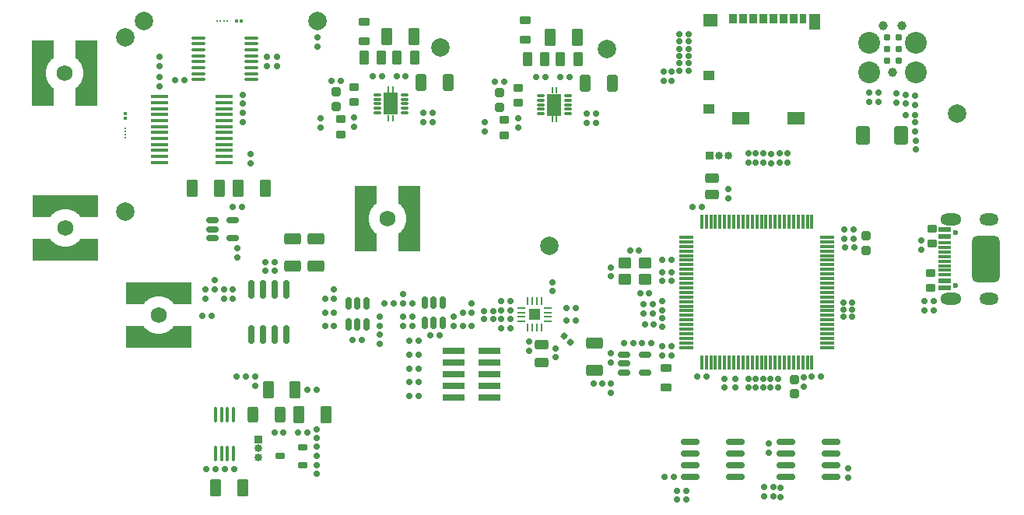
<source format=gbr>
%TF.GenerationSoftware,KiCad,Pcbnew,9.0.5*%
%TF.CreationDate,2025-10-24T01:37:18-04:00*%
%TF.ProjectId,ElectrodeArrayPCB,456c6563-7472-46f6-9465-417272617950,rev?*%
%TF.SameCoordinates,Original*%
%TF.FileFunction,Soldermask,Top*%
%TF.FilePolarity,Negative*%
%FSLAX46Y46*%
G04 Gerber Fmt 4.6, Leading zero omitted, Abs format (unit mm)*
G04 Created by KiCad (PCBNEW 9.0.5) date 2025-10-24 01:37:18*
%MOMM*%
%LPD*%
G01*
G04 APERTURE LIST*
G04 Aperture macros list*
%AMRoundRect*
0 Rectangle with rounded corners*
0 $1 Rounding radius*
0 $2 $3 $4 $5 $6 $7 $8 $9 X,Y pos of 4 corners*
0 Add a 4 corners polygon primitive as box body*
4,1,4,$2,$3,$4,$5,$6,$7,$8,$9,$2,$3,0*
0 Add four circle primitives for the rounded corners*
1,1,$1+$1,$2,$3*
1,1,$1+$1,$4,$5*
1,1,$1+$1,$6,$7*
1,1,$1+$1,$8,$9*
0 Add four rect primitives between the rounded corners*
20,1,$1+$1,$2,$3,$4,$5,0*
20,1,$1+$1,$4,$5,$6,$7,0*
20,1,$1+$1,$6,$7,$8,$9,0*
20,1,$1+$1,$8,$9,$2,$3,0*%
%AMFreePoly0*
4,1,32,0.755354,3.560354,0.755500,3.560000,0.755500,-3.560000,0.755354,-3.560354,0.755000,-3.560500,-1.595000,-3.560500,-1.595354,-3.560354,-1.595500,-3.560000,-1.595500,-1.652300,-1.595354,-1.651946,-1.595302,-1.651901,-1.477254,-1.562563,-1.265736,-1.355467,-1.086294,-1.120029,-0.942685,-0.861180,-0.837904,-0.584317,-0.774149,-0.295250,-0.752747,0.000000,-0.774149,0.295250,-0.837904,0.584317,
-0.942685,0.861180,-1.086294,1.120029,-1.265736,1.355467,-1.477254,1.562563,-1.595302,1.651901,-1.595495,1.652231,-1.595500,1.652300,-1.595500,3.560000,-1.595354,3.560354,-1.595000,3.560500,0.755000,3.560500,0.755354,3.560354,0.755354,3.560354,$1*%
G04 Aperture macros list end*
%ADD10RoundRect,0.159000X-0.189000X0.159000X-0.189000X-0.159000X0.189000X-0.159000X0.189000X0.159000X0*%
%ADD11C,0.250000*%
%ADD12C,0.100000*%
%ADD13C,0.400000*%
%ADD14C,2.000000*%
%ADD15RoundRect,0.159000X0.189000X-0.159000X0.189000X0.159000X-0.189000X0.159000X-0.189000X-0.159000X0*%
%ADD16RoundRect,0.159000X0.159000X0.189000X-0.159000X0.189000X-0.159000X-0.189000X0.159000X-0.189000X0*%
%ADD17RoundRect,0.100000X-0.637500X-0.100000X0.637500X-0.100000X0.637500X0.100000X-0.637500X0.100000X0*%
%ADD18FreePoly0,0.000000*%
%ADD19FreePoly0,180.000000*%
%ADD20C,1.730000*%
%ADD21FreePoly0,90.000000*%
%ADD22FreePoly0,270.000000*%
%ADD23RoundRect,0.239000X0.274000X-0.239000X0.274000X0.239000X-0.274000X0.239000X-0.274000X-0.239000X0*%
%ADD24R,0.850000X1.100000*%
%ADD25R,0.750000X1.100000*%
%ADD26R,1.200000X1.000000*%
%ADD27R,1.550000X1.350000*%
%ADD28R,1.900000X1.350000*%
%ADD29R,1.170000X1.800000*%
%ADD30R,0.850000X0.850000*%
%ADD31C,0.850000*%
%ADD32C,0.787400*%
%ADD33C,0.990600*%
%ADD34C,2.374900*%
%ADD35O,2.100000X1.300000*%
%ADD36O,2.300000X1.300000*%
%ADD37C,0.500000*%
%ADD38RoundRect,0.500000X1.000000X-2.000000X1.000000X2.000000X-1.000000X2.000000X-1.000000X-2.000000X0*%
%ADD39R,1.400000X0.500000*%
%ADD40R,1.400000X0.300000*%
%ADD41C,0.600000*%
%ADD42R,0.280000X0.700000*%
%ADD43R,1.650000X2.400000*%
%ADD44RoundRect,0.070000X-0.355000X-0.070000X0.355000X-0.070000X0.355000X0.070000X-0.355000X0.070000X0*%
%ADD45RoundRect,0.150000X0.150000X-0.825000X0.150000X0.825000X-0.150000X0.825000X-0.150000X-0.825000X0*%
%ADD46R,1.300000X1.300000*%
%ADD47RoundRect,0.062500X-0.062500X-0.375000X0.062500X-0.375000X0.062500X0.375000X-0.062500X0.375000X0*%
%ADD48RoundRect,0.062500X-0.375000X-0.062500X0.375000X-0.062500X0.375000X0.062500X-0.375000X0.062500X0*%
%ADD49RoundRect,0.265778X-0.332222X-0.647222X0.332222X-0.647222X0.332222X0.647222X-0.332222X0.647222X0*%
%ADD50RoundRect,0.219000X-0.294000X0.219000X-0.294000X-0.219000X0.294000X-0.219000X0.294000X0.219000X0*%
%ADD51RoundRect,0.220000X-0.380000X0.220000X-0.380000X-0.220000X0.380000X-0.220000X0.380000X0.220000X0*%
%ADD52RoundRect,0.269000X0.269000X0.494000X-0.269000X0.494000X-0.269000X-0.494000X0.269000X-0.494000X0*%
%ADD53RoundRect,0.266521X0.346479X0.671479X-0.346479X0.671479X-0.346479X-0.671479X0.346479X-0.671479X0*%
%ADD54RoundRect,0.269000X-0.269000X-0.494000X0.269000X-0.494000X0.269000X0.494000X-0.269000X0.494000X0*%
%ADD55RoundRect,0.159000X-0.159000X-0.189000X0.159000X-0.189000X0.159000X0.189000X-0.159000X0.189000X0*%
%ADD56RoundRect,0.159000X0.246073X0.021213X0.021213X0.246073X-0.246073X-0.021213X-0.021213X-0.246073X0*%
%ADD57RoundRect,0.267317X-0.470683X0.280683X-0.470683X-0.280683X0.470683X-0.280683X0.470683X0.280683X0*%
%ADD58RoundRect,0.287778X-0.489222X-0.714222X0.489222X-0.714222X0.489222X0.714222X-0.489222X0.714222X0*%
%ADD59RoundRect,0.150000X-0.385000X-0.150000X0.385000X-0.150000X0.385000X0.150000X-0.385000X0.150000X0*%
%ADD60RoundRect,0.250000X-0.312500X-0.625000X0.312500X-0.625000X0.312500X0.625000X-0.312500X0.625000X0*%
%ADD61RoundRect,0.150000X0.825000X0.150000X-0.825000X0.150000X-0.825000X-0.150000X0.825000X-0.150000X0*%
%ADD62RoundRect,0.266521X-0.346479X-0.671479X0.346479X-0.671479X0.346479X0.671479X-0.346479X0.671479X0*%
%ADD63RoundRect,0.244000X0.269000X-0.244000X0.269000X0.244000X-0.269000X0.244000X-0.269000X-0.244000X0*%
%ADD64R,2.400000X0.740000*%
%ADD65RoundRect,0.075000X-0.725000X-0.075000X0.725000X-0.075000X0.725000X0.075000X-0.725000X0.075000X0*%
%ADD66RoundRect,0.075000X-0.075000X-0.725000X0.075000X-0.725000X0.075000X0.725000X-0.075000X0.725000X0*%
%ADD67RoundRect,0.150000X-0.150000X0.512500X-0.150000X-0.512500X0.150000X-0.512500X0.150000X0.512500X0*%
%ADD68RoundRect,0.250000X-0.450000X-0.350000X0.450000X-0.350000X0.450000X0.350000X-0.450000X0.350000X0*%
%ADD69RoundRect,0.266521X0.671479X-0.346479X0.671479X0.346479X-0.671479X0.346479X-0.671479X-0.346479X0*%
%ADD70RoundRect,0.219000X0.294000X-0.219000X0.294000X0.219000X-0.294000X0.219000X-0.294000X-0.219000X0*%
%ADD71RoundRect,0.150000X-0.512500X-0.150000X0.512500X-0.150000X0.512500X0.150000X-0.512500X0.150000X0*%
%ADD72RoundRect,0.244000X-0.269000X0.244000X-0.269000X-0.244000X0.269000X-0.244000X0.269000X0.244000X0*%
%ADD73RoundRect,0.100000X0.100000X-0.712500X0.100000X0.712500X-0.100000X0.712500X-0.100000X-0.712500X0*%
%ADD74RoundRect,0.100000X-0.850000X-0.100000X0.850000X-0.100000X0.850000X0.100000X-0.850000X0.100000X0*%
%ADD75RoundRect,0.269000X-0.494000X0.269000X-0.494000X-0.269000X0.494000X-0.269000X0.494000X0.269000X0*%
G04 APERTURE END LIST*
D10*
%TO.C,C19*%
X137500000Y-72700000D03*
X137500000Y-73700000D03*
%TD*%
%TO.C,R13*%
X154700000Y-70600000D03*
X154700000Y-71600000D03*
%TD*%
D11*
%TO.C,J10*%
X143800000Y-68800000D03*
X144150000Y-68800000D03*
X144500000Y-68800000D03*
X144850000Y-68800000D03*
D12*
X145300000Y-68800000D03*
X145500000Y-68800000D03*
D13*
X145900000Y-68800000D03*
X146400000Y-68800000D03*
D14*
X135800000Y-68800000D03*
X154700000Y-68800000D03*
%TD*%
D15*
%TO.C,R45*%
X149200000Y-73700000D03*
X149200000Y-72700000D03*
%TD*%
D16*
%TO.C,R11*%
X140200000Y-75200000D03*
X139200000Y-75200000D03*
%TD*%
D10*
%TO.C,C25*%
X150300000Y-72700000D03*
X150300000Y-73700000D03*
%TD*%
D17*
%TO.C,U19*%
X141737500Y-70625000D03*
X141737500Y-71275000D03*
X141737500Y-71925000D03*
X141737500Y-72575000D03*
X141737500Y-73225000D03*
X141737500Y-73875000D03*
X141737500Y-74525000D03*
X141737500Y-75175000D03*
X147462500Y-75175000D03*
X147462500Y-74525000D03*
X147462500Y-73875000D03*
X147462500Y-73225000D03*
X147462500Y-72575000D03*
X147462500Y-71925000D03*
X147462500Y-71275000D03*
X147462500Y-70625000D03*
%TD*%
D18*
%TO.C,J9*%
X130000000Y-74500000D03*
D19*
X124400000Y-74500000D03*
D20*
X127200000Y-74500000D03*
%TD*%
D11*
%TO.C,J2*%
X133800000Y-81500000D03*
X133800000Y-81150000D03*
X133800000Y-80800000D03*
X133800000Y-80450000D03*
D12*
X133800000Y-80000000D03*
X133800000Y-79800000D03*
D13*
X133800000Y-79400000D03*
X133800000Y-78900000D03*
D14*
X133800000Y-89500000D03*
X133800000Y-70600000D03*
%TD*%
D15*
%TO.C,R10*%
X137500000Y-75900000D03*
X137500000Y-74900000D03*
%TD*%
D20*
%TO.C,J8*%
X127300000Y-91300000D03*
D21*
X127300000Y-88500000D03*
D22*
X127300000Y-94100000D03*
%TD*%
D23*
%TO.C,D2*%
X174500000Y-76610000D03*
X174500000Y-78190000D03*
%TD*%
D24*
%TO.C,J4*%
X199895000Y-68550000D03*
X200995000Y-68550000D03*
X202095000Y-68550000D03*
X203195000Y-68550000D03*
X204295000Y-68550000D03*
X205395000Y-68550000D03*
X206495000Y-68550000D03*
D25*
X207545000Y-68550000D03*
D26*
X197260000Y-74700000D03*
X197260000Y-78400000D03*
D27*
X197435000Y-68675000D03*
D28*
X200760000Y-79375000D03*
X206730000Y-79375000D03*
D29*
X208755000Y-68900000D03*
%TD*%
D14*
%TO.C,TP4*%
X179900000Y-93300000D03*
%TD*%
%TO.C,TP3*%
X224300000Y-78900000D03*
%TD*%
%TO.C,TP2*%
X186200000Y-71800000D03*
%TD*%
%TO.C,TP1*%
X168100000Y-71700000D03*
%TD*%
D30*
%TO.C,JP3*%
X197400000Y-83400000D03*
D31*
X198400000Y-83400000D03*
X199400000Y-83400000D03*
%TD*%
D32*
%TO.C,J5*%
X216630000Y-70565000D03*
X217900000Y-70565000D03*
X216630000Y-71835000D03*
X217900000Y-71835000D03*
X216630000Y-73105000D03*
X217900000Y-73105000D03*
D33*
X218281000Y-69295000D03*
X216249000Y-69295000D03*
D34*
X219805000Y-71200000D03*
X214725000Y-71200000D03*
X219805000Y-74375000D03*
D33*
X217265000Y-74375000D03*
D34*
X214725000Y-74375000D03*
%TD*%
D35*
%TO.C,J6*%
X227800000Y-90340000D03*
D36*
X223600000Y-90340000D03*
D37*
X228420000Y-92670000D03*
X226420000Y-92670000D03*
D38*
X227420000Y-94670000D03*
D37*
X228420000Y-96670000D03*
X226420000Y-96670000D03*
D35*
X227800000Y-99000000D03*
D36*
X223600000Y-99000000D03*
D39*
X222920000Y-97870000D03*
X222920000Y-97070000D03*
D40*
X222920000Y-96420000D03*
X222920000Y-95420000D03*
X222920000Y-93920000D03*
X222920000Y-92920000D03*
D39*
X222920000Y-91470000D03*
X222920000Y-92270000D03*
D40*
X222920000Y-93420000D03*
X222920000Y-94420000D03*
X222920000Y-94920000D03*
X222920000Y-95920000D03*
D41*
X224120000Y-91780000D03*
X224120000Y-97560000D03*
%TD*%
D42*
%TO.C,U1*%
X180725000Y-79450000D03*
X180725000Y-76350000D03*
D43*
X180475000Y-77900000D03*
D42*
X180225000Y-79450000D03*
X180225000Y-76350000D03*
D44*
X181950000Y-76900000D03*
X181950000Y-77400000D03*
X181950000Y-77900000D03*
X181950000Y-78400000D03*
X181950000Y-78900000D03*
X179000000Y-78900000D03*
X179000000Y-78400000D03*
X179000000Y-77900000D03*
X179000000Y-77400000D03*
X179000000Y-76900000D03*
%TD*%
D45*
%TO.C,U11*%
X147500000Y-98000000D03*
X148770000Y-98000000D03*
X150040000Y-98000000D03*
X151310000Y-98000000D03*
X151310000Y-102950000D03*
X150040000Y-102950000D03*
X148770000Y-102950000D03*
X147500000Y-102950000D03*
%TD*%
D46*
%TO.C,U14*%
X178337500Y-100750000D03*
D47*
X177587500Y-99312500D03*
X178087500Y-99312500D03*
X178587500Y-99312500D03*
X179087500Y-99312500D03*
D48*
X179775000Y-100000000D03*
X179775000Y-100500000D03*
X179775000Y-101000000D03*
X179775000Y-101500000D03*
D47*
X179087500Y-102187500D03*
X178587500Y-102187500D03*
X178087500Y-102187500D03*
X177587500Y-102187500D03*
D48*
X176900000Y-101500000D03*
X176900000Y-101000000D03*
X176900000Y-100500000D03*
X176900000Y-100000000D03*
%TD*%
D10*
%TO.C,R9*%
X185000000Y-78900000D03*
X185000000Y-79900000D03*
%TD*%
D49*
%TO.C,R8*%
X183840000Y-75600000D03*
X186760000Y-75600000D03*
%TD*%
D16*
%TO.C,R7*%
X175000000Y-75400000D03*
X174000000Y-75400000D03*
%TD*%
D10*
%TO.C,R6*%
X176500000Y-79400000D03*
X176500000Y-80400000D03*
%TD*%
D50*
%TO.C,R5*%
X175000000Y-79580000D03*
X175000000Y-81220000D03*
%TD*%
D10*
%TO.C,R3*%
X172900000Y-79800000D03*
X172900000Y-80800000D03*
%TD*%
D50*
%TO.C,R2*%
X176500000Y-76080000D03*
X176500000Y-77720000D03*
%TD*%
D51*
%TO.C,FB3*%
X159800000Y-70960000D03*
X159800000Y-68840000D03*
%TD*%
D16*
%TO.C,C18*%
X181100000Y-74900000D03*
X182100000Y-74900000D03*
%TD*%
D52*
%TO.C,C17*%
X181150000Y-72900000D03*
X183050000Y-72900000D03*
%TD*%
D53*
%TO.C,C10*%
X180020000Y-70600000D03*
X182980000Y-70600000D03*
%TD*%
D10*
%TO.C,C3*%
X184000000Y-78900000D03*
X184000000Y-79900000D03*
%TD*%
D54*
%TO.C,C2*%
X177550000Y-72900000D03*
X179450000Y-72900000D03*
%TD*%
D55*
%TO.C,C1*%
X178500000Y-74900000D03*
X179500000Y-74900000D03*
%TD*%
%TO.C,R84*%
X211900000Y-99400000D03*
X212900000Y-99400000D03*
%TD*%
D56*
%TO.C,R110*%
X181492894Y-103092894D03*
X182200000Y-103800000D03*
%TD*%
D10*
%TO.C,R19*%
X154600000Y-113200000D03*
X154600000Y-114200000D03*
%TD*%
%TO.C,R83*%
X199000000Y-107700000D03*
X199000000Y-108700000D03*
%TD*%
D57*
%TO.C,R112*%
X197600000Y-85860000D03*
X197600000Y-87680000D03*
%TD*%
D16*
%TO.C,R31*%
X156500000Y-99000000D03*
X155500000Y-99000000D03*
%TD*%
D55*
%TO.C,R41*%
X164700000Y-109600000D03*
X165700000Y-109600000D03*
%TD*%
D58*
%TO.C,S1*%
X214050000Y-81200000D03*
X218200000Y-81200000D03*
%TD*%
D15*
%TO.C,R74*%
X202400000Y-108700000D03*
X202400000Y-107700000D03*
%TD*%
D16*
%TO.C,C73*%
X189041250Y-103870000D03*
X188041250Y-103870000D03*
%TD*%
D10*
%TO.C,R77*%
X203800000Y-114800000D03*
X203800000Y-115800000D03*
%TD*%
D55*
%TO.C,C52*%
X196500000Y-89000000D03*
X195500000Y-89000000D03*
%TD*%
D15*
%TO.C,R71*%
X203285000Y-120480000D03*
X203285000Y-119480000D03*
%TD*%
D10*
%TO.C,C78*%
X144500000Y-98000000D03*
X144500000Y-99000000D03*
%TD*%
D16*
%TO.C,C53*%
X209500000Y-107500000D03*
X208500000Y-107500000D03*
%TD*%
D15*
%TO.C,R65*%
X205000000Y-84200000D03*
X205000000Y-83200000D03*
%TD*%
D10*
%TO.C,C63*%
X207600000Y-107600000D03*
X207600000Y-108600000D03*
%TD*%
D15*
%TO.C,R56*%
X171500000Y-100500000D03*
X171500000Y-99500000D03*
%TD*%
D51*
%TO.C,FB1*%
X177300000Y-68740000D03*
X177300000Y-70860000D03*
%TD*%
D10*
%TO.C,C70*%
X186610000Y-108270000D03*
X186610000Y-109270000D03*
%TD*%
%TO.C,C38*%
X205085000Y-119580000D03*
X205085000Y-120580000D03*
%TD*%
%TO.C,C39*%
X194850000Y-119900000D03*
X194850000Y-120900000D03*
%TD*%
D15*
%TO.C,R68*%
X202400000Y-84200000D03*
X202400000Y-83200000D03*
%TD*%
D59*
%TO.C,U9*%
X153100000Y-117100000D03*
X153100000Y-115200000D03*
X150620000Y-116150000D03*
%TD*%
D16*
%TO.C,R37*%
X168000000Y-103000000D03*
X167000000Y-103000000D03*
%TD*%
D10*
%TO.C,C51*%
X212000000Y-91500000D03*
X212000000Y-92500000D03*
%TD*%
%TO.C,R87*%
X214700000Y-76600000D03*
X214700000Y-77600000D03*
%TD*%
D60*
%TO.C,R17*%
X147675000Y-111600000D03*
X150600000Y-111600000D03*
%TD*%
D55*
%TO.C,R108*%
X153600000Y-108900000D03*
X154600000Y-108900000D03*
%TD*%
D16*
%TO.C,R113*%
X182800000Y-101400000D03*
X181800000Y-101400000D03*
%TD*%
D10*
%TO.C,R96*%
X220400000Y-92700000D03*
X220400000Y-93700000D03*
%TD*%
D61*
%TO.C,U24*%
X210600000Y-118400000D03*
X210600000Y-117130000D03*
X210600000Y-115860000D03*
X210600000Y-114590000D03*
X205650000Y-114590000D03*
X205650000Y-115860000D03*
X205650000Y-117130000D03*
X205650000Y-118400000D03*
%TD*%
D10*
%TO.C,R21*%
X145500000Y-98000000D03*
X145500000Y-99000000D03*
%TD*%
D55*
%TO.C,C68*%
X144600000Y-117600000D03*
X145600000Y-117600000D03*
%TD*%
D15*
%TO.C,R76*%
X204000000Y-108700000D03*
X204000000Y-107700000D03*
%TD*%
%TO.C,R97*%
X175700000Y-100300000D03*
X175700000Y-99300000D03*
%TD*%
D49*
%TO.C,R102*%
X168900000Y-75500000D03*
X165980000Y-75500000D03*
%TD*%
D20*
%TO.C,J7*%
X162300000Y-90300000D03*
D19*
X159500000Y-90300000D03*
D18*
X165100000Y-90300000D03*
%TD*%
D15*
%TO.C,C23*%
X161500000Y-102000000D03*
X161500000Y-101000000D03*
%TD*%
%TO.C,R26*%
X146000000Y-94500000D03*
X146000000Y-93500000D03*
%TD*%
%TO.C,R90*%
X219725000Y-80800000D03*
X219725000Y-79800000D03*
%TD*%
D55*
%TO.C,R38*%
X164700000Y-106600000D03*
X165700000Y-106600000D03*
%TD*%
D16*
%TO.C,C9*%
X153600000Y-113600000D03*
X152600000Y-113600000D03*
%TD*%
D62*
%TO.C,C67*%
X149320000Y-108900000D03*
X152280000Y-108900000D03*
%TD*%
D55*
%TO.C,R33*%
X158500000Y-103500000D03*
X159500000Y-103500000D03*
%TD*%
D63*
%TO.C,C62*%
X214400000Y-93760000D03*
X214400000Y-92200000D03*
%TD*%
D15*
%TO.C,R120*%
X156500000Y-99000000D03*
X156500000Y-98000000D03*
%TD*%
D64*
%TO.C,J1*%
X169500000Y-104730000D03*
X173400000Y-104730000D03*
X169500000Y-106000000D03*
X173400000Y-106000000D03*
X169500000Y-107270000D03*
X173400000Y-107270000D03*
X169500000Y-108540000D03*
X173400000Y-108540000D03*
X169500000Y-109810000D03*
X173400000Y-109810000D03*
%TD*%
D61*
%TO.C,U25*%
X200200000Y-118400000D03*
X200200000Y-117130000D03*
X200200000Y-115860000D03*
X200200000Y-114590000D03*
X195250000Y-114590000D03*
X195250000Y-115860000D03*
X195250000Y-117130000D03*
X195250000Y-118400000D03*
%TD*%
D16*
%TO.C,C56*%
X193200000Y-94800000D03*
X192200000Y-94800000D03*
%TD*%
D15*
%TO.C,C44*%
X186600000Y-96600000D03*
X186600000Y-95600000D03*
%TD*%
D10*
%TO.C,R91*%
X217725000Y-76700000D03*
X217725000Y-77700000D03*
%TD*%
D55*
%TO.C,R61*%
X194100000Y-70200000D03*
X195100000Y-70200000D03*
%TD*%
D62*
%TO.C,C69*%
X143620000Y-119600000D03*
X146580000Y-119600000D03*
%TD*%
D10*
%TO.C,R57*%
X164000000Y-98500000D03*
X164000000Y-99500000D03*
%TD*%
D51*
%TO.C,FB2*%
X192600000Y-108660000D03*
X192600000Y-106540000D03*
%TD*%
D65*
%TO.C,U15*%
X194825000Y-92325000D03*
X194825000Y-92825000D03*
X194825000Y-93325000D03*
X194825000Y-93825000D03*
X194825000Y-94325000D03*
X194825000Y-94825000D03*
X194825000Y-95325000D03*
X194825000Y-95825000D03*
X194825000Y-96325000D03*
X194825000Y-96825000D03*
X194825000Y-97325000D03*
X194825000Y-97825000D03*
X194825000Y-98325000D03*
X194825000Y-98825000D03*
X194825000Y-99325000D03*
X194825000Y-99825000D03*
X194825000Y-100325000D03*
X194825000Y-100825000D03*
X194825000Y-101325000D03*
X194825000Y-101825000D03*
X194825000Y-102325000D03*
X194825000Y-102825000D03*
X194825000Y-103325000D03*
X194825000Y-103825000D03*
X194825000Y-104325000D03*
D66*
X196500000Y-106000000D03*
X197000000Y-106000000D03*
X197500000Y-106000000D03*
X198000000Y-106000000D03*
X198500000Y-106000000D03*
X199000000Y-106000000D03*
X199500000Y-106000000D03*
X200000000Y-106000000D03*
X200500000Y-106000000D03*
X201000000Y-106000000D03*
X201500000Y-106000000D03*
X202000000Y-106000000D03*
X202500000Y-106000000D03*
X203000000Y-106000000D03*
X203500000Y-106000000D03*
X204000000Y-106000000D03*
X204500000Y-106000000D03*
X205000000Y-106000000D03*
X205500000Y-106000000D03*
X206000000Y-106000000D03*
X206500000Y-106000000D03*
X207000000Y-106000000D03*
X207500000Y-106000000D03*
X208000000Y-106000000D03*
X208500000Y-106000000D03*
D65*
X210175000Y-104325000D03*
X210175000Y-103825000D03*
X210175000Y-103325000D03*
X210175000Y-102825000D03*
X210175000Y-102325000D03*
X210175000Y-101825000D03*
X210175000Y-101325000D03*
X210175000Y-100825000D03*
X210175000Y-100325000D03*
X210175000Y-99825000D03*
X210175000Y-99325000D03*
X210175000Y-98825000D03*
X210175000Y-98325000D03*
X210175000Y-97825000D03*
X210175000Y-97325000D03*
X210175000Y-96825000D03*
X210175000Y-96325000D03*
X210175000Y-95825000D03*
X210175000Y-95325000D03*
X210175000Y-94825000D03*
X210175000Y-94325000D03*
X210175000Y-93825000D03*
X210175000Y-93325000D03*
X210175000Y-92825000D03*
X210175000Y-92325000D03*
D66*
X208500000Y-90650000D03*
X208000000Y-90650000D03*
X207500000Y-90650000D03*
X207000000Y-90650000D03*
X206500000Y-90650000D03*
X206000000Y-90650000D03*
X205500000Y-90650000D03*
X205000000Y-90650000D03*
X204500000Y-90650000D03*
X204000000Y-90650000D03*
X203500000Y-90650000D03*
X203000000Y-90650000D03*
X202500000Y-90650000D03*
X202000000Y-90650000D03*
X201500000Y-90650000D03*
X201000000Y-90650000D03*
X200500000Y-90650000D03*
X200000000Y-90650000D03*
X199500000Y-90650000D03*
X199000000Y-90650000D03*
X198500000Y-90650000D03*
X198000000Y-90650000D03*
X197500000Y-90650000D03*
X197000000Y-90650000D03*
X196500000Y-90650000D03*
%TD*%
D16*
%TO.C,R35*%
X165000000Y-99500000D03*
X164000000Y-99500000D03*
%TD*%
%TO.C,R115*%
X163000000Y-99500000D03*
X162000000Y-99500000D03*
%TD*%
D15*
%TO.C,C13*%
X150000000Y-96000000D03*
X150000000Y-95000000D03*
%TD*%
D67*
%TO.C,U17*%
X168300000Y-99400000D03*
X167350000Y-99400000D03*
X166400000Y-99400000D03*
X166400000Y-101675000D03*
X167350000Y-101675000D03*
X168300000Y-101675000D03*
%TD*%
D16*
%TO.C,R93*%
X221750000Y-99250000D03*
X220750000Y-99250000D03*
%TD*%
D10*
%TO.C,R22*%
X142500000Y-98000000D03*
X142500000Y-99000000D03*
%TD*%
D55*
%TO.C,R64*%
X194100000Y-71800000D03*
X195100000Y-71800000D03*
%TD*%
D16*
%TO.C,R117*%
X165000000Y-101000000D03*
X164000000Y-101000000D03*
%TD*%
D68*
%TO.C,X1*%
X188100000Y-95120000D03*
X190300000Y-95120000D03*
X190300000Y-96880000D03*
X188100000Y-96880000D03*
%TD*%
D55*
%TO.C,R59*%
X194100000Y-74200000D03*
X195100000Y-74200000D03*
%TD*%
D10*
%TO.C,R99*%
X175700000Y-101200000D03*
X175700000Y-102200000D03*
%TD*%
D55*
%TO.C,R39*%
X164700000Y-105100000D03*
X165700000Y-105100000D03*
%TD*%
D10*
%TO.C,C36*%
X193200000Y-74300000D03*
X193200000Y-75300000D03*
%TD*%
D15*
%TO.C,C58*%
X192200000Y-97100000D03*
X192200000Y-96100000D03*
%TD*%
D16*
%TO.C,R107*%
X191200000Y-100600000D03*
X190200000Y-100600000D03*
%TD*%
D15*
%TO.C,R69*%
X204050000Y-84300000D03*
X204050000Y-83300000D03*
%TD*%
%TO.C,R70*%
X203200000Y-84200000D03*
X203200000Y-83200000D03*
%TD*%
D10*
%TO.C,C66*%
X192200000Y-101100000D03*
X192200000Y-102100000D03*
%TD*%
D55*
%TO.C,R111*%
X190041250Y-103870000D03*
X191041250Y-103870000D03*
%TD*%
%TO.C,R98*%
X172800000Y-101200000D03*
X173800000Y-101200000D03*
%TD*%
D10*
%TO.C,R92*%
X218725000Y-76800000D03*
X218725000Y-77800000D03*
%TD*%
D55*
%TO.C,R82*%
X211900000Y-100200000D03*
X212900000Y-100200000D03*
%TD*%
D30*
%TO.C,JP1*%
X148300000Y-114300000D03*
D31*
X148300000Y-115300000D03*
X148300000Y-116300000D03*
%TD*%
D69*
%TO.C,C71*%
X184800000Y-106780000D03*
X184800000Y-103820000D03*
%TD*%
D55*
%TO.C,R42*%
X164700000Y-108100000D03*
X165700000Y-108100000D03*
%TD*%
%TO.C,C64*%
X212100000Y-93400000D03*
X213100000Y-93400000D03*
%TD*%
D20*
%TO.C,J3*%
X137400000Y-100800000D03*
D21*
X137400000Y-98000000D03*
D22*
X137400000Y-103600000D03*
%TD*%
D55*
%TO.C,C45*%
X188700000Y-93800000D03*
X189700000Y-93800000D03*
%TD*%
D15*
%TO.C,C75*%
X174700000Y-100300000D03*
X174700000Y-99300000D03*
%TD*%
D55*
%TO.C,R40*%
X164700000Y-103600000D03*
X165700000Y-103600000D03*
%TD*%
D10*
%TO.C,C57*%
X213000000Y-91500000D03*
X213000000Y-92500000D03*
%TD*%
D55*
%TO.C,R89*%
X218725000Y-79000000D03*
X219725000Y-79000000D03*
%TD*%
D15*
%TO.C,C24*%
X169500000Y-102000000D03*
X169500000Y-101000000D03*
%TD*%
D10*
%TO.C,C37*%
X204285000Y-120480000D03*
X204285000Y-119480000D03*
%TD*%
D69*
%TO.C,C11*%
X152000000Y-95480000D03*
X152000000Y-92520000D03*
%TD*%
D15*
%TO.C,R75*%
X203200000Y-108700000D03*
X203200000Y-107700000D03*
%TD*%
D16*
%TO.C,R32*%
X156500000Y-102000000D03*
X155500000Y-102000000D03*
%TD*%
D55*
%TO.C,R63*%
X194100000Y-72600000D03*
X195100000Y-72600000D03*
%TD*%
%TO.C,R116*%
X155500000Y-100500000D03*
X156500000Y-100500000D03*
%TD*%
D15*
%TO.C,R14*%
X147400000Y-84300000D03*
X147400000Y-83300000D03*
%TD*%
%TO.C,R27*%
X149000000Y-96000000D03*
X149000000Y-95000000D03*
%TD*%
D10*
%TO.C,R72*%
X212400000Y-117500000D03*
X212400000Y-118500000D03*
%TD*%
D70*
%TO.C,R94*%
X221600000Y-93040000D03*
X221600000Y-91400000D03*
%TD*%
D53*
%TO.C,C79*%
X144060000Y-87000000D03*
X141100000Y-87000000D03*
%TD*%
D15*
%TO.C,R58*%
X192400000Y-75300000D03*
X192400000Y-74300000D03*
%TD*%
D10*
%TO.C,R30*%
X161500000Y-102900000D03*
X161500000Y-103900000D03*
%TD*%
D55*
%TO.C,C14*%
X150000000Y-113600000D03*
X151000000Y-113600000D03*
%TD*%
D15*
%TO.C,R67*%
X201600000Y-84200000D03*
X201600000Y-83200000D03*
%TD*%
D16*
%TO.C,R106*%
X191300000Y-101800000D03*
X190300000Y-101800000D03*
%TD*%
%TO.C,C60*%
X193200000Y-105200000D03*
X192200000Y-105200000D03*
%TD*%
%TO.C,C46*%
X220750000Y-100250000D03*
X221750000Y-100250000D03*
%TD*%
D15*
%TO.C,C42*%
X219800000Y-82800000D03*
X219800000Y-81800000D03*
%TD*%
%TO.C,R66*%
X205800000Y-84200000D03*
X205800000Y-83200000D03*
%TD*%
%TO.C,R44*%
X146550000Y-79800000D03*
X146550000Y-78800000D03*
%TD*%
D71*
%TO.C,U10*%
X188072500Y-105120000D03*
X188072500Y-106070000D03*
X188072500Y-107020000D03*
X190347500Y-107020000D03*
X190347500Y-105120000D03*
%TD*%
D55*
%TO.C,R20*%
X142200000Y-100900000D03*
X143200000Y-100900000D03*
%TD*%
D67*
%TO.C,U16*%
X160000000Y-99500000D03*
X159050000Y-99500000D03*
X158100000Y-99500000D03*
X158100000Y-101775000D03*
X159050000Y-101775000D03*
X160000000Y-101775000D03*
%TD*%
D69*
%TO.C,C12*%
X154500000Y-95480000D03*
X154500000Y-92520000D03*
%TD*%
D62*
%TO.C,C77*%
X146040000Y-87000000D03*
X149000000Y-87000000D03*
%TD*%
D15*
%TO.C,C8*%
X146550000Y-77800000D03*
X146550000Y-76800000D03*
%TD*%
D10*
%TO.C,R79*%
X204800000Y-107700000D03*
X204800000Y-108700000D03*
%TD*%
%TO.C,R15*%
X154600000Y-117100000D03*
X154600000Y-118100000D03*
%TD*%
D72*
%TO.C,C61*%
X206600000Y-107800000D03*
X206600000Y-109360000D03*
%TD*%
D16*
%TO.C,C54*%
X197000000Y-107500000D03*
X196000000Y-107500000D03*
%TD*%
D73*
%TO.C,U27*%
X143600000Y-115825000D03*
X144250000Y-115825000D03*
X144900000Y-115825000D03*
X145550000Y-115825000D03*
X145550000Y-111600000D03*
X144900000Y-111600000D03*
X144250000Y-111600000D03*
X143600000Y-111600000D03*
%TD*%
D10*
%TO.C,R34*%
X143500000Y-97000000D03*
X143500000Y-98000000D03*
%TD*%
D55*
%TO.C,C15*%
X145500000Y-89000000D03*
X146500000Y-89000000D03*
%TD*%
D74*
%TO.C,U5*%
X137500000Y-77025000D03*
X137500000Y-77675000D03*
X137500000Y-78325000D03*
X137500000Y-78975000D03*
X137500000Y-79625000D03*
X137500000Y-80275000D03*
X137500000Y-80925000D03*
X137500000Y-81575000D03*
X137500000Y-82225000D03*
X137500000Y-82875000D03*
X137500000Y-83525000D03*
X137500000Y-84175000D03*
X144500000Y-84175000D03*
X144500000Y-83525000D03*
X144500000Y-82875000D03*
X144500000Y-82225000D03*
X144500000Y-81575000D03*
X144500000Y-80925000D03*
X144500000Y-80275000D03*
X144500000Y-79625000D03*
X144500000Y-78975000D03*
X144500000Y-78325000D03*
X144500000Y-77675000D03*
X144500000Y-77025000D03*
%TD*%
D16*
%TO.C,R55*%
X171500000Y-100500000D03*
X170500000Y-100500000D03*
%TD*%
%TO.C,R36*%
X165000000Y-102000000D03*
X164000000Y-102000000D03*
%TD*%
D10*
%TO.C,R16*%
X154600000Y-115100000D03*
X154600000Y-116100000D03*
%TD*%
%TO.C,C40*%
X193850000Y-120900000D03*
X193850000Y-119900000D03*
%TD*%
D53*
%TO.C,C16*%
X155600000Y-111600000D03*
X152640000Y-111600000D03*
%TD*%
D55*
%TO.C,R62*%
X194100000Y-73400000D03*
X195100000Y-73400000D03*
%TD*%
D10*
%TO.C,C41*%
X177700000Y-104700000D03*
X177700000Y-103700000D03*
%TD*%
%TO.C,R86*%
X219725000Y-77900000D03*
X219725000Y-76900000D03*
%TD*%
D16*
%TO.C,R109*%
X184710000Y-108270000D03*
X185710000Y-108270000D03*
%TD*%
D55*
%TO.C,R105*%
X172800000Y-100400000D03*
X173800000Y-100400000D03*
%TD*%
D10*
%TO.C,C72*%
X186610000Y-104970000D03*
X186610000Y-105970000D03*
%TD*%
%TO.C,R12*%
X167200000Y-78800000D03*
X167200000Y-79800000D03*
%TD*%
D15*
%TO.C,R73*%
X201600000Y-108700000D03*
X201600000Y-107700000D03*
%TD*%
D10*
%TO.C,C74*%
X174700000Y-101200000D03*
X174700000Y-102200000D03*
%TD*%
D55*
%TO.C,R81*%
X211900000Y-101000000D03*
X212900000Y-101000000D03*
%TD*%
%TO.C,R78*%
X193450000Y-118400000D03*
X192450000Y-118400000D03*
%TD*%
D75*
%TO.C,C76*%
X179100000Y-104050000D03*
X179100000Y-105950000D03*
%TD*%
D16*
%TO.C,C59*%
X193200000Y-104200000D03*
X192200000Y-104200000D03*
%TD*%
D15*
%TO.C,R88*%
X215725000Y-77600000D03*
X215725000Y-76600000D03*
%TD*%
D50*
%TO.C,R104*%
X221400000Y-97840000D03*
X221400000Y-96200000D03*
%TD*%
D55*
%TO.C,R24*%
X145900000Y-107500000D03*
X146900000Y-107500000D03*
%TD*%
D16*
%TO.C,R43*%
X171500000Y-102000000D03*
X170500000Y-102000000D03*
%TD*%
D55*
%TO.C,R18*%
X142600000Y-117600000D03*
X143600000Y-117600000D03*
%TD*%
D15*
%TO.C,C55*%
X193200000Y-97100000D03*
X193200000Y-96100000D03*
%TD*%
D55*
%TO.C,R60*%
X194100000Y-71000000D03*
X195100000Y-71000000D03*
%TD*%
D16*
%TO.C,R114*%
X182800000Y-100000000D03*
X181800000Y-100000000D03*
%TD*%
%TO.C,R100*%
X191200000Y-99600000D03*
X190200000Y-99600000D03*
%TD*%
D15*
%TO.C,R23*%
X147900000Y-108500000D03*
X147900000Y-107500000D03*
%TD*%
D10*
%TO.C,R85*%
X180600000Y-104400000D03*
X180600000Y-105400000D03*
%TD*%
D71*
%TO.C,U12*%
X143225000Y-90500000D03*
X143225000Y-91450000D03*
X143225000Y-92400000D03*
X145500000Y-92400000D03*
X145500000Y-90500000D03*
%TD*%
D10*
%TO.C,C65*%
X192200000Y-99250000D03*
X192200000Y-100250000D03*
%TD*%
D15*
%TO.C,R95*%
X180300000Y-98200000D03*
X180300000Y-97200000D03*
%TD*%
%TO.C,R80*%
X200200000Y-108700000D03*
X200200000Y-107700000D03*
%TD*%
D16*
%TO.C,C43*%
X190800000Y-98400000D03*
X189800000Y-98400000D03*
%TD*%
D10*
%TO.C,R103*%
X199400000Y-87100000D03*
X199400000Y-88100000D03*
%TD*%
%TO.C,C81*%
X166200000Y-79800000D03*
X166200000Y-78800000D03*
%TD*%
D52*
%TO.C,C4*%
X165250000Y-72800000D03*
X163350000Y-72800000D03*
%TD*%
D16*
%TO.C,C7*%
X164300000Y-74800000D03*
X163300000Y-74800000D03*
%TD*%
D23*
%TO.C,D1*%
X156700000Y-78090000D03*
X156700000Y-76510000D03*
%TD*%
D53*
%TO.C,C80*%
X165180000Y-70500000D03*
X162220000Y-70500000D03*
%TD*%
D10*
%TO.C,R118*%
X155000000Y-79400000D03*
X155000000Y-80400000D03*
%TD*%
D50*
%TO.C,R119*%
X158700000Y-75980000D03*
X158700000Y-77620000D03*
%TD*%
%TO.C,R54*%
X157200000Y-79480000D03*
X157200000Y-81120000D03*
%TD*%
D10*
%TO.C,R25*%
X158700000Y-79300000D03*
X158700000Y-80300000D03*
%TD*%
D55*
%TO.C,R1*%
X156200000Y-75300000D03*
X157200000Y-75300000D03*
%TD*%
%TO.C,C6*%
X160700000Y-74800000D03*
X161700000Y-74800000D03*
%TD*%
D54*
%TO.C,C5*%
X159750000Y-72800000D03*
X161650000Y-72800000D03*
%TD*%
D44*
%TO.C,U28*%
X161200000Y-76800000D03*
X161200000Y-77300000D03*
X161200000Y-77800000D03*
X161200000Y-78300000D03*
X161200000Y-78800000D03*
X164150000Y-78800000D03*
X164150000Y-78300000D03*
X164150000Y-77800000D03*
X164150000Y-77300000D03*
X164150000Y-76800000D03*
D42*
X162425000Y-76250000D03*
X162425000Y-79350000D03*
D43*
X162675000Y-77800000D03*
D42*
X162925000Y-76250000D03*
X162925000Y-79350000D03*
%TD*%
M02*

</source>
